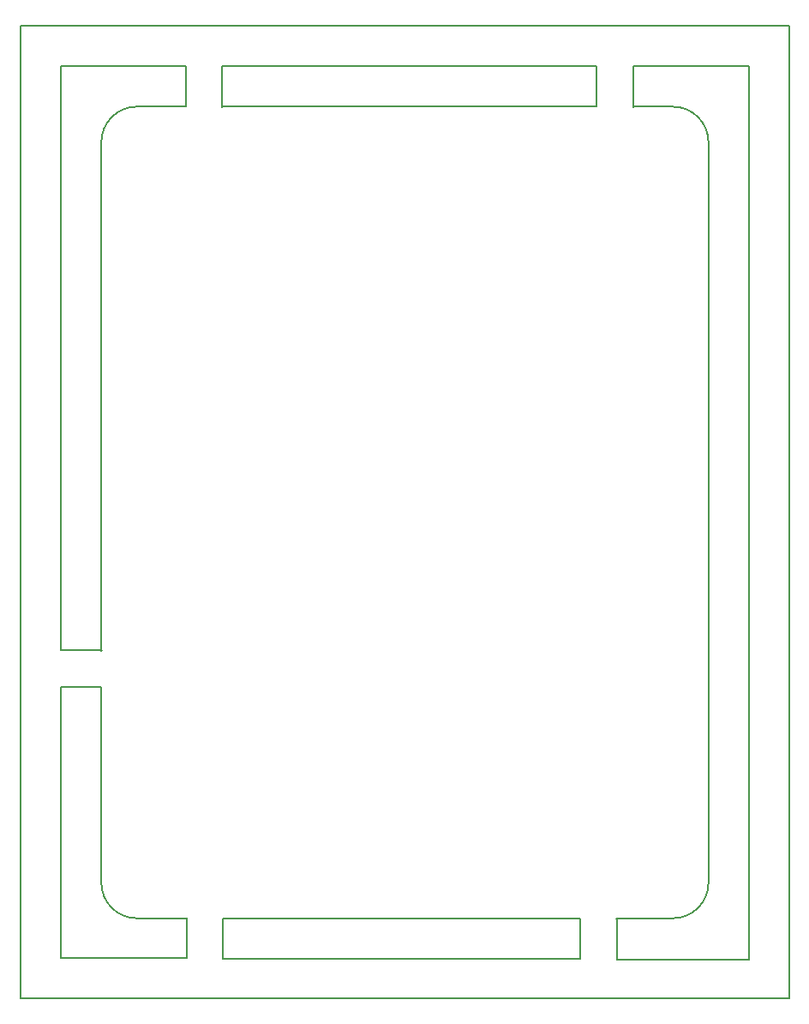
<source format=gm1>
G04 #@! TF.FileFunction,Profile,NP*
%FSLAX46Y46*%
G04 Gerber Fmt 4.6, Leading zero omitted, Abs format (unit mm)*
G04 Created by KiCad (PCBNEW 4.0.7-e2-6376~61~ubuntu18.04.1) date Mon Jul 28 12:50:59 2025*
%MOMM*%
%LPD*%
G01*
G04 APERTURE LIST*
%ADD10C,0.150000*%
%ADD11C,0.200000*%
G04 APERTURE END LIST*
D10*
D11*
X103057960Y-146451320D02*
X103080820Y-146451320D01*
X103057960Y-50419000D02*
X103057960Y-146451320D01*
X103060500Y-50416460D02*
X103060500Y-50449480D01*
X178968400Y-50416460D02*
X103060500Y-50416460D01*
X178968400Y-50464720D02*
X178968400Y-50416460D01*
X178968400Y-146451320D02*
X178968400Y-50464720D01*
X103060500Y-146451320D02*
X178968400Y-146451320D01*
X174990760Y-59098180D02*
X175021240Y-59098180D01*
X174980600Y-135610600D02*
X175011080Y-135610600D01*
X109440980Y-146453860D02*
X109440980Y-146423380D01*
X103024940Y-135171180D02*
X103055420Y-135171180D01*
X103035100Y-58658760D02*
X103065580Y-58658760D01*
X173918880Y-50416460D02*
X173918880Y-50446940D01*
X112339120Y-50391060D02*
X112339120Y-50421540D01*
X107020360Y-115686840D02*
X107015280Y-115686840D01*
X107020360Y-142471140D02*
X107020360Y-115686840D01*
X119473980Y-142471140D02*
X107020360Y-142471140D01*
X107015280Y-115686840D02*
X107015280Y-142311120D01*
X107035600Y-112087660D02*
X107027980Y-112087660D01*
X107035600Y-54394100D02*
X107035600Y-112087660D01*
X119402860Y-54394100D02*
X107035600Y-54394100D01*
X122989340Y-54394100D02*
X122989340Y-54424580D01*
X159984440Y-54394100D02*
X122989340Y-54394100D01*
X163581080Y-54416960D02*
X163581080Y-54432200D01*
X174983140Y-54416960D02*
X163581080Y-54416960D01*
X174983140Y-142575280D02*
X174983140Y-54416960D01*
X174983140Y-142580360D02*
X161945320Y-142580360D01*
X174983140Y-134713980D02*
X174983140Y-142580360D01*
X123068080Y-142476220D02*
X123068080Y-142483840D01*
X158335980Y-142519400D02*
X123070620Y-142519400D01*
X161932620Y-138523980D02*
X161932620Y-138529060D01*
X167510460Y-138523980D02*
X161932620Y-138523980D01*
X122994420Y-58392060D02*
X122994420Y-58397140D01*
X159989520Y-58392060D02*
X122994420Y-58392060D01*
X163586160Y-58402220D02*
X163586160Y-58392060D01*
X167497760Y-58402220D02*
X163586160Y-58402220D01*
X119402860Y-58397140D02*
X114523520Y-58397140D01*
X119473980Y-138523980D02*
X119473980Y-138526520D01*
X114551460Y-138523980D02*
X119473980Y-138523980D01*
X161948640Y-142583520D02*
X161948640Y-138583520D01*
X158334220Y-142517480D02*
X158334220Y-138517480D01*
X158335980Y-138529060D02*
X137594340Y-138529060D01*
X161935160Y-138526520D02*
X161935160Y-138529060D01*
X159985220Y-58395220D02*
X159985220Y-54395220D01*
X163581860Y-58423160D02*
X163581860Y-54423160D01*
X163583620Y-58394600D02*
X163583620Y-58392060D01*
X123070620Y-138521440D02*
X123070620Y-138523980D01*
X151724360Y-138521440D02*
X123070620Y-138521440D01*
X111031020Y-115684300D02*
X111036100Y-115684300D01*
X111031020Y-135016240D02*
X111031020Y-115684300D01*
X111033560Y-112097820D02*
X111036100Y-112097820D01*
X111033560Y-61899800D02*
X111033560Y-112097820D01*
X122996960Y-58399680D02*
X122996960Y-58397140D01*
X111055770Y-112088150D02*
X107055770Y-112088150D01*
X111010050Y-115687330D02*
X107010050Y-115687330D01*
X119469680Y-142471760D02*
X119469680Y-138471760D01*
X123068860Y-142517480D02*
X123068860Y-138517480D01*
X122990120Y-58413000D02*
X122990120Y-54413000D01*
X119398560Y-58400300D02*
X119398560Y-54400300D01*
X111031830Y-135023010D02*
G75*
G03X114534130Y-138520710I3500000J2300D01*
G01*
X167515960Y-138521900D02*
G75*
G03X171013660Y-135019600I-2300J3500000D01*
G01*
X114530720Y-58399220D02*
G75*
G03X111033020Y-61901520I2300J-3500000D01*
G01*
X171011040Y-61899380D02*
G75*
G03X167508740Y-58401680I-3500000J-2300D01*
G01*
X171013120Y-61905020D02*
X171013120Y-135000000D01*
M02*

</source>
